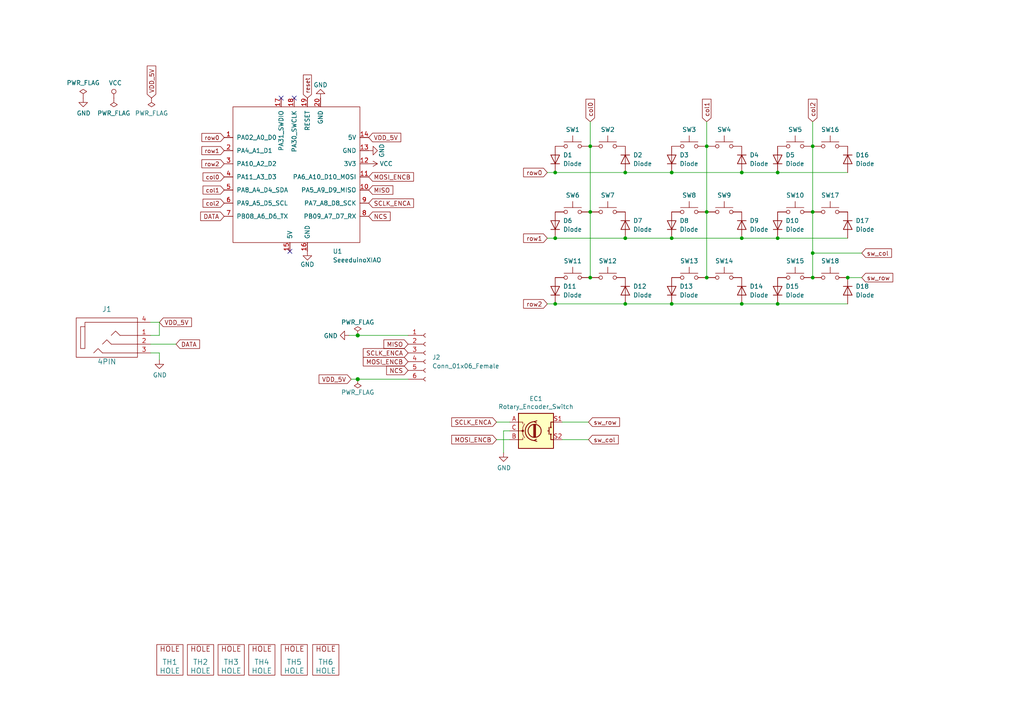
<source format=kicad_sch>
(kicad_sch (version 20230121) (generator eeschema)
  (paper "A4")
  (lib_symbols
    (symbol "Connector:Conn_01x06_Female" (pin_names (offset 1.016) hide)
      (property "Reference" "J" (at 0 7.62 0))
      (property "Value" "Conn_01x06_Female" (at 0 -10.16 0))
      (symbol "Conn_01x06_Female_1_1"
        (arc (start 0 -7.112) (mid -0.5058 -7.62) (end 0 -8.128) (stroke (width 0.1524)))
        (arc (start 0 -4.572) (mid -0.5058 -5.08) (end 0 -5.588) (stroke (width 0.1524)))
        (arc (start 0 -2.032) (mid -0.5058 -2.54) (end 0 -3.048) (stroke (width 0.1524)))
        (polyline (pts (xy -1.27 -7.62) (xy -0.508 -7.62)) (stroke (width 0.1524)))
        (polyline (pts (xy -1.27 -5.08) (xy -0.508 -5.08)) (stroke (width 0.1524)))
        (polyline (pts (xy -1.27 -2.54) (xy -0.508 -2.54)) (stroke (width 0.1524)))
        (polyline (pts (xy -1.27 0) (xy -0.508 0)) (stroke (width 0.1524)))
        (polyline (pts (xy -1.27 2.54) (xy -0.508 2.54)) (stroke (width 0.1524)))
        (polyline (pts (xy -1.27 5.08) (xy -0.508 5.08)) (stroke (width 0.1524)))
        (arc (start 0 0.508) (mid -0.5058 0) (end 0 -0.508) (stroke (width 0.1524)))
        (arc (start 0 3.048) (mid -0.5058 2.54) (end 0 2.032) (stroke (width 0.1524)))
        (arc (start 0 5.588) (mid -0.5058 5.08) (end 0 4.572) (stroke (width 0.1524)))
        (pin passive line (at -5.08 5.08 0) (length 3.81) (name "Pin_1") (number "1"))
        (pin passive line (at -5.08 2.54 0) (length 3.81) (name "Pin_2") (number "2"))
        (pin passive line (at -5.08 0 0) (length 3.81) (name "Pin_3") (number "3"))
        (pin passive line (at -5.08 -2.54 0) (length 3.81) (name "Pin_4") (number "4"))
        (pin passive line (at -5.08 -5.08 0) (length 3.81) (name "Pin_5") (number "5"))
        (pin passive line (at -5.08 -7.62 0) (length 3.81) (name "Pin_6") (number "6"))
      )
    )
    (symbol "Device:Rotary_Encoder_Switch" (pin_names (offset 0.254) hide)
      (property "Reference" "SW" (at 0 6.604 0))
      (property "Value" "Device_Rotary_Encoder_Switch" (at 0 -6.604 0))
      (symbol "Rotary_Encoder_Switch_0_1"
        (rectangle (start -5.08 5.08) (end 5.08 -5.08) (stroke (width 0.254)) (fill (type background)))
        (circle (center -3.81 0) (radius 0.254) (fill (type outline)))
        (circle (center -0.381 0) (radius 1.905) (stroke (width 0.254)))
        (arc (start -0.381 2.667) (mid -3.0988 -0.0635) (end -0.381 -2.794) (stroke (width 0.254)))
        (polyline (pts (xy -0.635 -1.778) (xy -0.635 1.778)) (stroke (width 0.254)))
        (polyline (pts (xy -0.381 -1.778) (xy -0.381 1.778)) (stroke (width 0.254)))
        (polyline (pts (xy -0.127 1.778) (xy -0.127 -1.778)) (stroke (width 0.254)))
        (polyline (pts (xy 3.81 0) (xy 3.429 0)) (stroke (width 0.254)))
        (polyline (pts (xy 3.81 1.016) (xy 3.81 -1.016)) (stroke (width 0.254)))
        (polyline (pts (xy -5.08 -2.54) (xy -3.81 -2.54) (xy -3.81 -2.032)))
        (polyline (pts (xy -5.08 2.54) (xy -3.81 2.54) (xy -3.81 2.032)))
        (polyline (pts (xy 0.254 -3.048) (xy -0.508 -2.794) (xy 0.127 -2.413)) (stroke (width 0.254)))
        (polyline (pts (xy 0.254 2.921) (xy -0.508 2.667) (xy 0.127 2.286)) (stroke (width 0.254)))
        (polyline (pts (xy 5.08 -2.54) (xy 4.318 -2.54) (xy 4.318 -1.016)) (stroke (width 0.254)))
        (polyline (pts (xy 5.08 2.54) (xy 4.318 2.54) (xy 4.318 1.016)) (stroke (width 0.254)))
        (polyline (pts (xy -5.08 0) (xy -3.81 0) (xy -3.81 -1.016) (xy -3.302 -2.032)))
        (polyline (pts (xy -4.318 0) (xy -3.81 0) (xy -3.81 1.016) (xy -3.302 2.032)))
        (circle (center 4.318 -1.016) (radius 0.127) (stroke (width 0.254)))
        (circle (center 4.318 1.016) (radius 0.127) (stroke (width 0.254)))
      )
      (symbol "Rotary_Encoder_Switch_1_1"
        (pin passive line (at -7.62 2.54 0) (length 2.54) (name "A") (number "A"))
        (pin passive line (at -7.62 -2.54 0) (length 2.54) (name "B") (number "B"))
        (pin passive line (at -7.62 0 0) (length 2.54) (name "C") (number "C"))
        (pin passive line (at 7.62 2.54 180) (length 2.54) (name "S1") (number "S1"))
        (pin passive line (at 7.62 -2.54 180) (length 2.54) (name "S2") (number "S2"))
      )
    )
    (symbol "Seeeduino XIAO:SeeeduinoXIAO" (pin_names (offset 1.016))
      (property "Reference" "U" (at -19.05 22.86 0))
      (property "Value" "SeeeduinoXIAO" (at -12.7 21.59 0))
      (symbol "SeeeduinoXIAO_0_1"
        (rectangle (start -19.05 20.32) (end 17.78 -19.05))
      )
      (symbol "SeeeduinoXIAO_1_1"
        (pin unspecified line (at -21.59 11.43 0) (length 2.54) (name "PA02_A0_D0") (number "1"))
        (pin unspecified line (at 20.32 -3.81 180) (length 2.54) (name "PA5_A9_D9_MISO") (number "10"))
        (pin unspecified line (at 20.32 0 180) (length 2.54) (name "PA6_A10_D10_MOSI") (number "11"))
        (pin unspecified line (at 20.32 3.81 180) (length 2.54) (name "3V3") (number "12"))
        (pin unspecified line (at 20.32 7.62 180) (length 2.54) (name "GND") (number "13"))
        (pin unspecified line (at 20.32 11.43 180) (length 2.54) (name "5V") (number "14"))
        (pin input line (at -2.54 -21.59 90) (length 2.54) (name "5V") (number "15"))
        (pin input line (at 2.54 -21.59 90) (length 2.54) (name "GND") (number "16"))
        (pin input line (at -5.08 22.86 270) (length 2.54) (name "PA31_SWDIO") (number "17"))
        (pin input line (at -1.27 22.86 270) (length 2.54) (name "PA30_SWCLK") (number "18"))
        (pin input line (at 2.54 22.86 270) (length 2.54) (name "RESET") (number "19"))
        (pin unspecified line (at -21.59 7.62 0) (length 2.54) (name "PA4_A1_D1") (number "2"))
        (pin input line (at 6.35 22.86 270) (length 2.54) (name "GND") (number "20"))
        (pin unspecified line (at -21.59 3.81 0) (length 2.54) (name "PA10_A2_D2") (number "3"))
        (pin unspecified line (at -21.59 0 0) (length 2.54) (name "PA11_A3_D3") (number "4"))
        (pin unspecified line (at -21.59 -3.81 0) (length 2.54) (name "PA8_A4_D4_SDA") (number "5"))
        (pin unspecified line (at -21.59 -7.62 0) (length 2.54) (name "PA9_A5_D5_SCL") (number "6"))
        (pin unspecified line (at -21.59 -11.43 0) (length 2.54) (name "PB08_A6_D6_TX") (number "7"))
        (pin unspecified line (at 20.32 -11.43 180) (length 2.54) (name "PB09_A7_D7_RX") (number "8"))
        (pin unspecified line (at 20.32 -7.62 180) (length 2.54) (name "PA7_A8_D8_SCK") (number "9"))
      )
    )
    (symbol "SofleKeyboard-rescue:D-Lily58-cache-Lily58_Pro-rescue" (pin_numbers hide) (pin_names (offset 1.016) hide)
      (property "Reference" "D" (at 0 2.54 0))
      (property "Value" "D-Lily58-cache-Lily58_Pro-rescue" (at 0 -2.54 0))
      (symbol "D-Lily58-cache-Lily58_Pro-rescue_0_1"
        (polyline (pts (xy -1.27 1.27) (xy -1.27 -1.27)) (stroke (width 0.2032)))
        (polyline (pts (xy 1.27 0) (xy -1.27 0)))
        (polyline (pts (xy 1.27 1.27) (xy 1.27 -1.27) (xy -1.27 0) (xy 1.27 1.27)) (stroke (width 0.2032)))
      )
      (symbol "D-Lily58-cache-Lily58_Pro-rescue_1_1"
        (pin passive line (at -3.81 0 0) (length 2.54) (name "K") (number "1"))
        (pin passive line (at 3.81 0 180) (length 2.54) (name "A") (number "2"))
      )
    )
    (symbol "SofleKeyboard-rescue:GND-Lily58-cache-Lily58_Pro-rescue" (power) (pin_names (offset 0))
      (property "Value" "GND-Lily58-cache-Lily58_Pro-rescue" (at 0 -3.81 0))
      (symbol "GND-Lily58-cache-Lily58_Pro-rescue_1_1"
        (polyline (pts (xy 0 0) (xy 0 -1.27) (xy 1.27 -1.27) (xy 0 -2.54) (xy -1.27 -1.27) (xy 0 -1.27)))
        (pin power_in line (at 0 0 0) (length 0) hide (name "GND") (number "1"))
      )
    )
    (symbol "SofleKeyboard-rescue:HOLE-Lily58-cache-Lily58_Pro-rescue" (pin_names (offset 1.016))
      (property "Reference" "U" (at 0 0 0))
      (property "Value" "HOLE-Lily58-cache-Lily58_Pro-rescue" (at 0 -5.08 0))
      (symbol "HOLE-Lily58-cache-Lily58_Pro-rescue_0_0"
        (text "HOLE" (at 0 3.81 0) (effects (font (size 1.524 1.524))))
      )
      (symbol "HOLE-Lily58-cache-Lily58_Pro-rescue_0_1"
        (rectangle (start 3.81 5.08) (end -3.81 -3.81))
      )
    )
    (symbol "SofleKeyboard-rescue:MJ-4PP-9-Lily58-cache-Lily58_Pro-rescue" (pin_names (offset 1.016))
      (property "Reference" "J" (at -8.89 -7.62 0))
      (property "Value" "MJ-4PP-9-Lily58-cache-Lily58_Pro-rescue" (at -3.81 6.35 0))
      (symbol "MJ-4PP-9-Lily58-cache-Lily58_Pro-rescue_0_1"
        (rectangle (start -7.62 2.54) (end -8.89 -3.81))
        (polyline (pts (xy 2.54 0) (xy 7.62 0)))
        (polyline (pts (xy -2.54 -5.08) (xy 7.62 -5.08) (xy 7.62 -5.08)))
        (polyline (pts (xy 0 -2.54) (xy -1.27 -1.27) (xy -2.54 -2.54)))
        (polyline (pts (xy 0 0) (xy 1.27 1.27) (xy 2.54 0)))
        (polyline (pts (xy 7.62 3.81) (xy -7.62 3.81) (xy -7.62 2.54)))
        (polyline (pts (xy -2.54 -5.08) (xy -3.81 -3.81) (xy -5.08 -5.08) (xy -5.08 -5.08)))
        (polyline (pts (xy 0 -2.54) (xy 7.62 -2.54) (xy 7.62 -2.54) (xy 7.62 -2.54)))
        (rectangle (start 7.62 -6.35) (end -10.16 5.08))
      )
      (symbol "MJ-4PP-9-Lily58-cache-Lily58_Pro-rescue_1_1"
        (pin passive line (at 11.43 0 180) (length 3.81) (name "~") (number "1"))
        (pin passive line (at 11.43 -2.54 180) (length 3.81) (name "~") (number "2"))
        (pin passive line (at 11.43 -5.08 180) (length 3.81) (name "~") (number "3"))
        (pin passive line (at 11.43 3.81 180) (length 3.81) (name "~") (number "4"))
      )
    )
    (symbol "SofleKeyboard-rescue:PWR_FLAG-Lily58-cache-Lily58_Pro-rescue" (power) (pin_numbers hide) (pin_names (offset 0) hide)
      (property "Value" "PWR_FLAG-Lily58-cache-Lily58_Pro-rescue" (at 0 3.81 0))
      (symbol "PWR_FLAG-Lily58-cache-Lily58_Pro-rescue_0_0"
        (pin power_out line (at 0 0 90) (length 0) (name "pwr") (number "1"))
      )
      (symbol "PWR_FLAG-Lily58-cache-Lily58_Pro-rescue_0_1"
        (polyline (pts (xy 0 0) (xy 0 1.27) (xy -1.016 1.905) (xy 0 2.54) (xy 1.016 1.905) (xy 0 1.27)))
      )
    )
    (symbol "SofleKeyboard-rescue:VCC-Lily58-cache-Lily58_Pro-rescue" (power) (pin_names (offset 0))
      (property "Value" "VCC-Lily58-cache-Lily58_Pro-rescue" (at 0 3.81 0))
      (symbol "VCC-Lily58-cache-Lily58_Pro-rescue_0_1"
        (polyline (pts (xy 0 0) (xy 0 1.27)))
        (circle (center 0 1.905) (radius 0.635))
      )
      (symbol "VCC-Lily58-cache-Lily58_Pro-rescue_1_1"
        (pin power_in line (at 0 0 90) (length 0) hide (name "VCC") (number "1"))
      )
    )
    (symbol "Switch:SW_Push" (pin_numbers hide) (pin_names (offset 1.016) hide)
      (property "Reference" "SW" (at 1.27 2.54 0))
      (property "Value" "SW_Push" (at 0 -1.524 0))
      (symbol "SW_Push_0_1"
        (circle (center -2.032 0) (radius 0.508))
        (polyline (pts (xy 0 1.27) (xy 0 3.048)))
        (polyline (pts (xy 2.54 1.27) (xy -2.54 1.27)))
        (circle (center 2.032 0) (radius 0.508))
        (pin passive line (at -5.08 0 0) (length 2.54) (name "1") (number "1"))
        (pin passive line (at 5.08 0 180) (length 2.54) (name "2") (number "2"))
      )
    )
    (symbol "power:GND" (power) (pin_names (offset 0))
      (property "Value" "GND" (at 0 -3.81 0))
      (symbol "GND_0_1"
        (polyline (pts (xy 0 0) (xy 0 -1.27) (xy 1.27 -1.27) (xy 0 -2.54) (xy -1.27 -1.27) (xy 0 -1.27)))
      )
      (symbol "GND_1_1"
        (pin power_in line (at 0 0 270) (length 0) hide (name "GND") (number "1"))
      )
    )
    (symbol "power:PWR_FLAG" (power) (pin_numbers hide) (pin_names (offset 0) hide)
      (property "Value" "PWR_FLAG" (at 0 3.81 0))
      (symbol "PWR_FLAG_0_0"
        (pin power_out line (at 0 0 90) (length 0) (name "pwr") (number "1"))
      )
      (symbol "PWR_FLAG_0_1"
        (polyline (pts (xy 0 0) (xy 0 1.27) (xy -1.016 1.905) (xy 0 2.54) (xy 1.016 1.905) (xy 0 1.27)))
      )
    )
    (symbol "power:VCC" (power) (pin_names (offset 0))
      (property "Value" "VCC" (at 0 3.81 0))
      (symbol "VCC_0_1"
        (polyline (pts (xy -0.762 1.27) (xy 0 2.54)))
        (polyline (pts (xy 0 0) (xy 0 2.54)))
        (polyline (pts (xy 0 2.54) (xy 0.762 1.27)))
      )
      (symbol "VCC_1_1"
        (pin power_in line (at 0 0 90) (length 0) hide (name "VCC") (number "1"))
      )
    )
  )
  (junction (at 225.552 50.038))
  (junction (at 215.138 50.038))
  (junction (at 194.818 69.088))
  (junction (at 235.712 73.406))
  (junction (at 215.138 69.088))
  (junction (at 103.759 97.282) (diameter 1.016))
  (junction (at 161.036 88.138))
  (junction (at 245.872 80.518))
  (junction (at 235.712 42.418))
  (junction (at 204.978 42.418))
  (junction (at 204.978 80.518))
  (junction (at 194.818 50.038))
  (junction (at 171.196 42.418))
  (junction (at 181.356 88.138))
  (junction (at 103.759 109.982) (diameter 1.016))
  (junction (at 235.712 61.468))
  (junction (at 235.712 80.518))
  (junction (at 204.978 61.468))
  (junction (at 171.196 80.518))
  (junction (at 194.818 88.138))
  (junction (at 161.036 50.038))
  (junction (at 215.138 88.138))
  (junction (at 181.356 69.088))
  (junction (at 225.552 88.138))
  (junction (at 181.356 50.038))
  (junction (at 171.196 61.468))
  (junction (at 161.036 69.088))
  (junction (at 225.552 69.088))
  (no_connect (at 85.344 28.448))
  (no_connect (at 84.074 72.898))
  (no_connect (at 81.534 28.448))
  (wire (pts (xy 225.552 69.088) (xy 245.872 69.088)))
  (wire (pts (xy 161.036 88.138) (xy 181.356 88.138)))
  (wire (pts (xy 146.05 131.318) (xy 146.05 124.968)))
  (wire (pts (xy 171.196 35.306) (xy 171.196 42.418)))
  (wire (pts (xy 235.712 42.418) (xy 235.712 61.468)))
  (wire (pts (xy 144.018 122.428) (xy 147.828 122.428)))
  (wire (pts (xy 235.712 73.406) (xy 249.936 73.406)))
  (wire (pts (xy 144.018 127.508) (xy 147.828 127.508)))
  (wire (pts (xy 204.978 42.418) (xy 204.978 61.468)))
  (wire (pts (xy 158.75 50.038) (xy 161.036 50.038)))
  (wire (pts (xy 161.036 50.038) (xy 181.356 50.038)))
  (wire (pts (xy 181.356 69.088) (xy 194.818 69.088)))
  (wire (pts (xy 103.759 109.982) (xy 118.364 109.982)))
  (wire (pts (xy 225.552 88.138) (xy 245.872 88.138)))
  (wire (pts (xy 194.818 50.038) (xy 215.138 50.038)))
  (wire (pts (xy 215.138 69.088) (xy 225.552 69.088)))
  (wire (pts (xy 158.75 88.138) (xy 161.036 88.138)))
  (wire (pts (xy 46.228 97.282) (xy 46.228 93.472)))
  (wire (pts (xy 43.688 93.472) (xy 46.228 93.472)))
  (wire (pts (xy 181.356 88.138) (xy 194.818 88.138)))
  (wire (pts (xy 101.219 97.282) (xy 103.759 97.282)))
  (wire (pts (xy 194.818 88.138) (xy 215.138 88.138)))
  (wire (pts (xy 225.552 50.038) (xy 245.872 50.038)))
  (wire (pts (xy 158.75 69.088) (xy 161.036 69.088)))
  (wire (pts (xy 235.712 35.306) (xy 235.712 42.418)))
  (wire (pts (xy 245.872 80.518) (xy 249.936 80.518)))
  (wire (pts (xy 181.356 50.038) (xy 194.818 50.038)))
  (wire (pts (xy 171.196 42.418) (xy 171.196 61.468)))
  (wire (pts (xy 235.712 61.468) (xy 235.712 73.406)))
  (wire (pts (xy 146.05 124.968) (xy 147.828 124.968)))
  (wire (pts (xy 46.228 102.362) (xy 46.228 104.394)))
  (wire (pts (xy 103.759 97.282) (xy 118.364 97.282)))
  (wire (pts (xy 171.196 61.468) (xy 171.196 80.518)))
  (wire (pts (xy 235.712 73.406) (xy 235.712 80.518)))
  (wire (pts (xy 101.854 109.982) (xy 103.759 109.982)))
  (wire (pts (xy 215.138 50.038) (xy 225.552 50.038)))
  (wire (pts (xy 204.978 61.468) (xy 204.978 80.518)))
  (wire (pts (xy 163.068 122.428) (xy 170.688 122.428)))
  (wire (pts (xy 161.036 69.088) (xy 181.356 69.088)))
  (wire (pts (xy 215.138 88.138) (xy 225.552 88.138)))
  (wire (pts (xy 43.688 99.822) (xy 51.054 99.822)))
  (wire (pts (xy 163.068 127.508) (xy 170.688 127.508)))
  (wire (pts (xy 43.688 97.282) (xy 46.228 97.282)))
  (wire (pts (xy 204.978 35.306) (xy 204.978 42.418)))
  (wire (pts (xy 194.818 69.088) (xy 215.138 69.088)))
  (wire (pts (xy 43.688 102.362) (xy 46.228 102.362)))
  (global_label "row2" (shape input) (at 65.024 47.498 180) (effects (font (size 1.1938 1.1938))) (property "Intersheetrefs" "${INTERSHEET_REFS}" (effects hide)))
  (global_label "row2" (shape input) (at 158.75 88.138 180) (property "Intersheetrefs" "${INTERSHEET_REFS}" (effects hide)))
  (global_label "col0" (shape input) (at 65.024 51.308 180) (effects (font (size 1.1938 1.1938))) (property "Intersheetrefs" "${INTERSHEET_REFS}" (effects hide)))
  (global_label "NCS" (shape input) (at 106.934 62.738 0) (property "Intersheetrefs" "${INTERSHEET_REFS}" (effects hide)))
  (global_label "VDD_5V" (shape input) (at 101.854 109.982 180) (property "Intersheetrefs" "${INTERSHEET_REFS}" (effects hide)))
  (global_label "DATA" (shape input) (at 51.054 99.822 0) (property "Intersheetrefs" "${INTERSHEET_REFS}" (effects hide)))
  (global_label "VDD_5V" (shape input) (at 106.934 39.878 0) (property "Intersheetrefs" "${INTERSHEET_REFS}" (effects hide)))
  (global_label "MISO" (shape input) (at 106.934 55.118 0) (property "Intersheetrefs" "${INTERSHEET_REFS}" (effects hide)))
  (global_label "MOSI_ENCB" (shape input) (at 144.018 127.508 180) (property "Intersheetrefs" "${INTERSHEET_REFS}" (effects hide)))
  (global_label "row0" (shape input) (at 65.024 39.878 180) (effects (font (size 1.1938 1.1938))) (property "Intersheetrefs" "${INTERSHEET_REFS}" (effects hide)))
  (global_label "row1" (shape input) (at 65.024 43.688 180) (effects (font (size 1.1938 1.1938))) (property "Intersheetrefs" "${INTERSHEET_REFS}" (effects hide)))
  (global_label "reset" (shape input) (at 89.154 28.448 90) (effects (font (size 1.1938 1.1938))) (property "Intersheetrefs" "${INTERSHEET_REFS}" (effects hide)))
  (global_label "row0" (shape input) (at 158.75 50.038 180) (property "Intersheetrefs" "${INTERSHEET_REFS}" (effects hide)))
  (global_label "sw_row" (shape input) (at 170.688 122.428 0) (property "Intersheetrefs" "${INTERSHEET_REFS}" (effects hide)))
  (global_label "row1" (shape input) (at 158.75 69.088 180) (property "Intersheetrefs" "${INTERSHEET_REFS}" (effects hide)))
  (global_label "sw_col" (shape input) (at 170.688 127.508 0) (property "Intersheetrefs" "${INTERSHEET_REFS}" (effects hide)))
  (global_label "col2" (shape input) (at 235.712 35.306 90) (property "Intersheetrefs" "${INTERSHEET_REFS}" (effects hide)))
  (global_label "col1" (shape input) (at 204.978 35.306 90) (property "Intersheetrefs" "${INTERSHEET_REFS}" (effects hide)))
  (global_label "col2" (shape input) (at 65.024 58.928 180) (effects (font (size 1.1938 1.1938))) (property "Intersheetrefs" "${INTERSHEET_REFS}" (effects hide)))
  (global_label "col1" (shape input) (at 65.024 55.118 180) (effects (font (size 1.1938 1.1938))) (property "Intersheetrefs" "${INTERSHEET_REFS}" (effects hide)))
  (global_label "NCS" (shape input) (at 118.364 107.442 180) (property "Intersheetrefs" "${INTERSHEET_REFS}" (effects hide)))
  (global_label "MOSI_ENCB" (shape input) (at 106.934 51.308 0) (property "Intersheetrefs" "${INTERSHEET_REFS}" (effects hide)))
  (global_label "MOSI_ENCB" (shape input) (at 118.364 104.902 180) (property "Intersheetrefs" "${INTERSHEET_REFS}" (effects hide)))
  (global_label "VDD_5V" (shape input) (at 43.942 28.448 90) (property "Intersheetrefs" "${INTERSHEET_REFS}" (effects hide)))
  (global_label "SCLK_ENCA" (shape input) (at 106.934 58.928 0) (property "Intersheetrefs" "${INTERSHEET_REFS}" (effects hide)))
  (global_label "sw_row" (shape input) (at 249.936 80.518 0) (property "Intersheetrefs" "${INTERSHEET_REFS}" (effects hide)))
  (global_label "MISO" (shape input) (at 118.364 99.822 180) (property "Intersheetrefs" "${INTERSHEET_REFS}" (effects hide)))
  (global_label "col0" (shape input) (at 171.196 35.306 90) (property "Intersheetrefs" "${INTERSHEET_REFS}" (effects hide)))
  (global_label "VDD_5V" (shape input) (at 46.228 93.472 0) (property "Intersheetrefs" "${INTERSHEET_REFS}" (effects hide)))
  (global_label "SCLK_ENCA" (shape input) (at 144.018 122.428 180) (property "Intersheetrefs" "${INTERSHEET_REFS}" (effects hide)))
  (global_label "SCLK_ENCA" (shape input) (at 118.364 102.362 180) (property "Intersheetrefs" "${INTERSHEET_REFS}" (effects hide)))
  (global_label "DATA" (shape input) (at 65.024 62.738 180) (property "Intersheetrefs" "${INTERSHEET_REFS}" (effects hide)))
  (global_label "sw_col" (shape input) (at 249.936 73.406 0) (property "Intersheetrefs" "${INTERSHEET_REFS}" (effects hide)))
  (symbol (lib_id "Switch:SW_Push") (at 166.116 42.418 0) (mirror y) (unit 1)
    (property "Reference" "SW1" (at 166.116 37.592 0))
    (property "Value" "${REFERENCE}" (effects hide))
    (property "Footprint" "jw_custom_footprint:CherryMX_Hotswap" (effects hide))
  )
  (symbol (lib_id "SofleKeyboard-rescue:D-Lily58-cache-Lily58_Pro-rescue") (at 161.036 46.228 90) (unit 1)
    (property "Reference" "D1" (at 163.322 44.958 90) (effects (justify right)))
    (property "Value" "Diode" (at 163.322 47.498 90) (effects (justify right)))
    (property "Footprint" "jw_custom_footprint:Diode_SOD123_THT_2" (effects hide))
  )
  (symbol (lib_id "SofleKeyboard-rescue:PWR_FLAG-Lily58-cache-Lily58_Pro-rescue") (at 24.13 28.448 0) (unit 1)
    (property "Reference" "#FLG01" (effects hide))
    (property "Value" "PWR_FLAG" (at 24.13 24.0284 0))
  )
  (symbol (lib_id "SofleKeyboard-rescue:GND-Lily58-cache-Lily58_Pro-rescue") (at 24.13 28.448 0) (unit 1)
    (property "Reference" "#PWR01" (effects hide))
    (property "Value" "GND" (at 24.257 32.8422 0))
  )
  (symbol (lib_id "SofleKeyboard-rescue:VCC-Lily58-cache-Lily58_Pro-rescue") (at 33.02 28.448 0) (unit 1)
    (property "Reference" "#PWR02" (effects hide))
    (property "Value" "VCC" (at 33.4518 24.0538 0))
  )
  (symbol (lib_id "SofleKeyboard-rescue:PWR_FLAG-Lily58-cache-Lily58_Pro-rescue") (at 33.02 28.448 180) (unit 1)
    (property "Reference" "#FLG02" (effects hide))
    (property "Value" "PWR_FLAG" (at 33.02 32.8422 0))
  )
  (symbol (lib_id "Device:Rotary_Encoder_Switch") (at 155.448 124.968 0) (unit 1)
    (property "Reference" "EC1" (at 155.448 115.6462 0))
    (property "Value" "Rotary_Encoder_Switch" (at 155.448 117.9576 0))
    (property "Footprint" "jw_custom_footprint:RotaryEncoder_Alps_EC11E-Switch_Vertical_H20mm" (effects hide))
  )
  (symbol (lib_id "power:GND") (at 146.05 131.318 0) (unit 1)
    (property "Reference" "#PWR010" (effects hide))
    (property "Value" "GND" (at 146.177 135.7122 0))
  )
  (symbol (lib_id "Switch:SW_Push") (at 240.792 80.518 0) (unit 1)
    (property "Reference" "SW18" (at 240.792 75.692 0))
    (property "Value" "${REFERENCE}" (effects hide))
    (property "Footprint" "jw_custom_footprint:CherryMX_Hotswap" (effects hide))
  )
  (symbol (lib_id "Switch:SW_Push") (at 176.276 80.518 0) (unit 1)
    (property "Reference" "SW12" (at 176.276 75.692 0))
    (property "Value" "${REFERENCE}" (effects hide))
    (property "Footprint" "jw_custom_footprint:CherryMX_Hotswap" (effects hide))
  )
  (symbol (lib_id "SofleKeyboard-rescue:D-Lily58-cache-Lily58_Pro-rescue") (at 245.872 84.328 270) (unit 1)
    (property "Reference" "D18" (at 248.158 83.058 90) (effects (justify left)))
    (property "Value" "Diode" (at 248.158 85.598 90) (effects (justify left)))
    (property "Footprint" "jw_custom_footprint:Diode_SOD123_THT_2" (effects hide))
  )
  (symbol (lib_id "SofleKeyboard-rescue:D-Lily58-cache-Lily58_Pro-rescue") (at 181.356 65.278 270) (unit 1)
    (property "Reference" "D7" (at 183.642 64.008 90) (effects (justify left)))
    (property "Value" "Diode" (at 183.642 66.548 90) (effects (justify left)))
    (property "Footprint" "jw_custom_footprint:Diode_SOD123_THT_2" (effects hide))
  )
  (symbol (lib_id "power:GND") (at 92.964 28.448 180) (unit 1)
    (property "Reference" "#PWR03" (effects hide))
    (property "Value" "GND" (at 92.964 24.638 0))
  )
  (symbol (lib_id "power:GND") (at 101.219 97.282 270) (unit 1)
    (property "Reference" "#PWR09" (effects hide))
    (property "Value" "GND" (at 97.9678 97.409 90) (effects (justify right)))
  )
  (symbol (lib_id "power:PWR_FLAG") (at 103.759 97.282 0) (unit 1)
    (property "Reference" "#FLG03" (effects hide))
    (property "Value" "PWR_FLAG" (at 103.759 93.472 0))
  )
  (symbol (lib_id "Switch:SW_Push") (at 240.792 42.418 0) (unit 1)
    (property "Reference" "SW16" (at 240.792 37.592 0))
    (property "Value" "${REFERENCE}" (effects hide))
    (property "Footprint" "jw_custom_footprint:CherryMX_Hotswap" (effects hide))
  )
  (symbol (lib_id "SofleKeyboard-rescue:D-Lily58-cache-Lily58_Pro-rescue") (at 161.036 84.328 90) (unit 1)
    (property "Reference" "D11" (at 163.322 83.058 90) (effects (justify right)))
    (property "Value" "Diode" (at 163.322 85.598 90) (effects (justify right)))
    (property "Footprint" "jw_custom_footprint:Diode_SOD123_THT_2" (effects hide))
  )
  (symbol (lib_id "Connector:Conn_01x06_Female") (at 123.444 102.362 0) (unit 1)
    (property "Reference" "J2" (at 125.349 103.632 0) (effects (justify left)))
    (property "Value" "Conn_01x06_Female" (at 125.349 106.172 0) (effects (justify left)))
    (property "Footprint" "Connector_Hirose:Hirose_DF13-06P-1.25DS_1x06_P1.25mm_Horizontal" (effects hide))
  )
  (symbol (lib_id "SofleKeyboard-rescue:HOLE-Lily58-cache-Lily58_Pro-rescue") (at 75.946 192.024 0) (unit 1)
    (property "Reference" "TH4" (at 75.946 192.024 0) (effects (font (size 1.524 1.524))))
    (property "Value" "HOLE" (at 75.946 194.564 0) (effects (font (size 1.524 1.524))))
    (property "Footprint" "MountingHole:MountingHole_3.2mm_M3" (effects hide))
  )
  (symbol (lib_id "SofleKeyboard-rescue:D-Lily58-cache-Lily58_Pro-rescue") (at 245.872 46.228 270) (unit 1)
    (property "Reference" "D16" (at 248.158 44.958 90) (effects (justify left)))
    (property "Value" "Diode" (at 248.158 47.498 90) (effects (justify left)))
    (property "Footprint" "jw_custom_footprint:Diode_SOD123_THT_2" (effects hide))
  )
  (symbol (lib_id "SofleKeyboard-rescue:HOLE-Lily58-cache-Lily58_Pro-rescue") (at 67.056 192.024 0) (unit 1)
    (property "Reference" "TH3" (at 67.056 192.024 0) (effects (font (size 1.524 1.524))))
    (property "Value" "HOLE" (at 67.056 194.564 0) (effects (font (size 1.524 1.524))))
    (property "Footprint" "MountingHole:MountingHole_3.2mm_M3" (effects hide))
  )
  (symbol (lib_id "Switch:SW_Push") (at 199.898 61.468 0) (unit 1)
    (property "Reference" "SW8" (at 199.898 56.642 0))
    (property "Value" "${REFERENCE}" (effects hide))
    (property "Footprint" "jw_custom_footprint:CherryMX_Hotswap" (effects hide))
  )
  (symbol (lib_id "SofleKeyboard-rescue:D-Lily58-cache-Lily58_Pro-rescue") (at 161.036 65.278 90) (unit 1)
    (property "Reference" "D6" (at 163.322 64.008 90) (effects (justify right)))
    (property "Value" "Diode" (at 163.322 66.548 90) (effects (justify right)))
    (property "Footprint" "jw_custom_footprint:Diode_SOD123_THT_2" (effects hide))
  )
  (symbol (lib_id "SofleKeyboard-rescue:D-Lily58-cache-Lily58_Pro-rescue") (at 245.872 65.278 270) (unit 1)
    (property "Reference" "D17" (at 248.158 64.008 90) (effects (justify left)))
    (property "Value" "Diode" (at 248.158 66.548 90) (effects (justify left)))
    (property "Footprint" "jw_custom_footprint:Diode_SOD123_THT_2" (effects hide))
  )
  (symbol (lib_id "Switch:SW_Push") (at 166.116 61.468 0) (unit 1)
    (property "Reference" "SW6" (at 166.116 56.642 0))
    (property "Value" "${REFERENCE}" (effects hide))
    (property "Footprint" "jw_custom_footprint:CherryMX_Hotswap" (effects hide))
  )
  (symbol (lib_id "SofleKeyboard-rescue:D-Lily58-cache-Lily58_Pro-rescue") (at 215.138 65.278 270) (unit 1)
    (property "Reference" "D9" (at 217.424 64.008 90) (effects (justify left)))
    (property "Value" "Diode" (at 217.424 66.548 90) (effects (justify left)))
    (property "Footprint" "jw_custom_footprint:Diode_SOD123_THT_2" (effects hide))
  )
  (symbol (lib_id "SofleKeyboard-rescue:D-Lily58-cache-Lily58_Pro-rescue") (at 194.818 46.228 90) (unit 1)
    (property "Reference" "D3" (at 197.104 44.958 90) (effects (justify right)))
    (property "Value" "Diode" (at 197.104 47.498 90) (effects (justify right)))
    (property "Footprint" "jw_custom_footprint:Diode_SOD123_THT_2" (effects hide))
  )
  (symbol (lib_id "SofleKeyboard-rescue:D-Lily58-cache-Lily58_Pro-rescue") (at 225.552 84.328 90) (unit 1)
    (property "Reference" "D15" (at 227.838 83.058 90) (effects (justify right)))
    (property "Value" "Diode" (at 227.838 85.598 90) (effects (justify right)))
    (property "Footprint" "jw_custom_footprint:Diode_SOD123_THT_2" (effects hide))
  )
  (symbol (lib_id "Switch:SW_Push") (at 230.632 42.418 0) (unit 1)
    (property "Reference" "SW5" (at 230.632 37.592 0))
    (property "Value" "${REFERENCE}" (effects hide))
    (property "Footprint" "jw_custom_footprint:CherryMX_Hotswap" (effects hide))
  )
  (symbol (lib_id "Switch:SW_Push") (at 176.276 42.418 0) (unit 1)
    (property "Reference" "SW2" (at 176.276 37.592 0))
    (property "Value" "${REFERENCE}" (effects hide))
    (property "Footprint" "jw_custom_footprint:CherryMX_Hotswap" (effects hide))
  )
  (symbol (lib_id "Switch:SW_Push") (at 176.276 61.468 0) (unit 1)
    (property "Reference" "SW7" (at 176.276 56.642 0))
    (property "Value" "${REFERENCE}" (effects hide))
    (property "Footprint" "jw_custom_footprint:CherryMX_Hotswap" (effects hide))
  )
  (symbol (lib_id "Switch:SW_Push") (at 166.116 80.518 0) (unit 1)
    (property "Reference" "SW11" (at 166.116 75.692 0))
    (property "Value" "${REFERENCE}" (effects hide))
    (property "Footprint" "jw_custom_footprint:CherryMX_Hotswap" (effects hide))
  )
  (symbol (lib_id "Switch:SW_Push") (at 210.058 61.468 0) (unit 1)
    (property "Reference" "SW9" (at 210.058 56.642 0))
    (property "Value" "${REFERENCE}" (effects hide))
    (property "Footprint" "jw_custom_footprint:CherryMX_Hotswap" (effects hide))
  )
  (symbol (lib_id "Switch:SW_Push") (at 240.792 61.468 0) (unit 1)
    (property "Reference" "SW17" (at 240.792 56.642 0))
    (property "Value" "${REFERENCE}" (effects hide))
    (property "Footprint" "jw_custom_footprint:CherryMX_Hotswap" (effects hide))
  )
  (symbol (lib_id "SofleKeyboard-rescue:HOLE-Lily58-cache-Lily58_Pro-rescue") (at 49.276 192.024 0) (unit 1)
    (property "Reference" "TH1" (at 49.276 192.024 0) (effects (font (size 1.524 1.524))))
    (property "Value" "HOLE" (at 49.276 194.564 0) (effects (font (size 1.524 1.524))))
    (property "Footprint" "MountingHole:MountingHole_3.2mm_M3" (effects hide))
  )
  (symbol (lib_id "SofleKeyboard-rescue:D-Lily58-cache-Lily58_Pro-rescue") (at 225.552 46.228 90) (unit 1)
    (property "Reference" "D5" (at 227.838 44.958 90) (effects (justify right)))
    (property "Value" "Diode" (at 227.838 47.498 90) (effects (justify right)))
    (property "Footprint" "jw_custom_footprint:Diode_SOD123_THT_2" (effects hide))
  )
  (symbol (lib_id "power:PWR_FLAG") (at 103.759 109.982 180) (unit 1)
    (property "Reference" "#FLG04" (effects hide))
    (property "Value" "PWR_FLAG" (at 103.759 113.792 0))
  )
  (symbol (lib_id "Seeeduino XIAO:SeeeduinoXIAO") (at 86.614 51.308 0) (unit 1)
    (property "Reference" "U1" (at 96.52 72.898 0) (effects (justify left)))
    (property "Value" "SeeeduinoXIAO" (at 96.52 75.438 0) (effects (justify left)))
    (property "Footprint" "jw_custom_footprint:Xiao THT jumper pad_flipped" (effects hide))
  )
  (symbol (lib_id "SofleKeyboard-rescue:HOLE-Lily58-cache-Lily58_Pro-rescue") (at 85.344 192.024 0) (unit 1)
    (property "Reference" "TH5" (at 85.344 192.024 0) (effects (font (size 1.524 1.524))))
    (property "Value" "HOLE" (at 85.344 194.564 0) (effects (font (size 1.524 1.524))))
    (property "Footprint" "MountingHole:MountingHole_3.2mm_M3" (effects hide))
  )
  (symbol (lib_id "SofleKeyboard-rescue:D-Lily58-cache-Lily58_Pro-rescue") (at 181.356 84.328 270) (unit 1)
    (property "Reference" "D12" (at 183.642 83.058 90) (effects (justify left)))
    (property "Value" "Diode" (at 183.642 85.598 90) (effects (justify left)))
    (property "Footprint" "jw_custom_footprint:Diode_SOD123_THT_2" (effects hide))
  )
  (symbol (lib_id "SofleKeyboard-rescue:PWR_FLAG-Lily58-cache-Lily58_Pro-rescue") (at 43.942 28.448 180) (unit 1)
    (property "Reference" "#FLG05" (effects hide))
    (property "Value" "PWR_FLAG" (at 43.942 32.8422 0))
  )
  (symbol (lib_id "power:GND") (at 106.934 43.688 90) (unit 1)
    (property "Reference" "#PWR04" (effects hide))
    (property "Value" "GND" (at 110.744 43.688 0))
  )
  (symbol (lib_id "SofleKeyboard-rescue:HOLE-Lily58-cache-Lily58_Pro-rescue") (at 94.488 192.024 0) (unit 1)
    (property "Reference" "TH6" (at 94.488 192.024 0) (effects (font (size 1.524 1.524))))
    (property "Value" "HOLE" (at 94.488 194.564 0) (effects (font (size 1.524 1.524))))
    (property "Footprint" "MountingHole:MountingHole_3.2mm_M3" (effects hide))
  )
  (symbol (lib_id "SofleKeyboard-rescue:HOLE-Lily58-cache-Lily58_Pro-rescue") (at 58.166 192.024 0) (unit 1)
    (property "Reference" "TH2" (at 58.166 192.024 0) (effects (font (size 1.524 1.524))))
    (property "Value" "HOLE" (at 58.166 194.564 0) (effects (font (size 1.524 1.524))))
    (property "Footprint" "MountingHole:MountingHole_3.2mm_M3" (effects hide))
  )
  (symbol (lib_id "power:GND") (at 89.154 72.898 0) (unit 1)
    (property "Reference" "#PWR06" (effects hide))
    (property "Value" "GND" (at 89.154 76.708 0))
  )
  (symbol (lib_id "SofleKeyboard-rescue:D-Lily58-cache-Lily58_Pro-rescue") (at 194.818 84.328 90) (unit 1)
    (property "Reference" "D13" (at 197.104 83.058 90) (effects (justify right)))
    (property "Value" "Diode" (at 197.104 85.598 90) (effects (justify right)))
    (property "Footprint" "jw_custom_footprint:Diode_SOD123_THT_2" (effects hide))
  )
  (symbol (lib_id "Switch:SW_Push") (at 210.058 42.418 0) (unit 1)
    (property "Reference" "SW4" (at 210.058 37.592 0))
    (property "Value" "${REFERENCE}" (effects hide))
    (property "Footprint" "jw_custom_footprint:CherryMX_Hotswap" (effects hide))
  )
  (symbol (lib_id "SofleKeyboard-rescue:D-Lily58-cache-Lily58_Pro-rescue") (at 194.818 65.278 90) (unit 1)
    (property "Reference" "D8" (at 197.104 64.008 90) (effects (justify right)))
    (property "Value" "Diode" (at 197.104 66.548 90) (effects (justify right)))
    (property "Footprint" "jw_custom_footprint:Diode_SOD123_THT_2" (effects hide))
  )
  (symbol (lib_id "SofleKeyboard-rescue:D-Lily58-cache-Lily58_Pro-rescue") (at 225.552 65.278 90) (unit 1)
    (property "Reference" "D10" (at 227.838 64.008 90) (effects (justify right)))
    (property "Value" "Diode" (at 227.838 66.548 90) (effects (justify right)))
    (property "Footprint" "jw_custom_footprint:Diode_SOD123_THT_2" (effects hide))
  )
  (symbol (lib_id "Switch:SW_Push") (at 230.632 80.518 0) (unit 1)
    (property "Reference" "SW15" (at 230.632 75.692 0))
    (property "Value" "${REFERENCE}" (effects hide))
    (property "Footprint" "jw_custom_footprint:CherryMX_Hotswap" (effects hide))
  )
  (symbol (lib_id "power:VCC") (at 106.934 47.498 270) (unit 1)
    (property "Reference" "#PWR05" (effects hide))
    (property "Value" "VCC" (at 112.014 47.498 90))
  )
  (symbol (lib_id "power:GND") (at 46.228 104.394 0) (unit 1)
    (property "Reference" "#PWR08" (effects hide))
    (property "Value" "GND" (at 46.355 108.7882 0))
  )
  (symbol (lib_id "SofleKeyboard-rescue:MJ-4PP-9-Lily58-cache-Lily58_Pro-rescue") (at 32.258 97.282 0) (unit 1)
    (property "Reference" "J1" (at 30.988 89.662 0) (effects (font (size 1.524 1.524))))
    (property "Value" "4PIN" (at 30.988 104.902 0) (effects (font (size 1.524 1.524))))
    (property "Footprint" "jw_custom_footprint:TRRS-PJ-DPB2_mod" (effects hide))
  )
  (symbol (lib_id "SofleKeyboard-rescue:D-Lily58-cache-Lily58_Pro-rescue") (at 181.356 46.228 270) (unit 1)
    (property "Reference" "D2" (at 183.642 44.958 90) (effects (justify left)))
    (property "Value" "Diode" (at 183.642 47.498 90) (effects (justify left)))
    (property "Footprint" "jw_custom_footprint:Diode_SOD123_THT_2" (effects hide))
  )
  (symbol (lib_id "Switch:SW_Push") (at 210.058 80.518 0) (unit 1)
    (property "Reference" "SW14" (at 210.058 75.692 0))
    (property "Value" "${REFERENCE}" (effects hide))
    (property "Footprint" "jw_custom_footprint:CherryMX_Hotswap" (effects hide))
  )
  (symbol (lib_id "SofleKeyboard-rescue:D-Lily58-cache-Lily58_Pro-rescue") (at 215.138 46.228 270) (unit 1)
    (property "Reference" "D4" (at 217.424 44.958 90) (effects (justify left)))
    (property "Value" "Diode" (at 217.424 47.498 90) (effects (justify left)))
    (property "Footprint" "jw_custom_footprint:Diode_SOD123_THT_2" (effects hide))
  )
  (symbol (lib_id "SofleKeyboard-rescue:D-Lily58-cache-Lily58_Pro-rescue") (at 215.138 84.328 270) (unit 1)
    (property "Reference" "D14" (at 217.424 83.058 90) (effects (justify left)))
    (property "Value" "Diode" (at 217.424 85.598 90) (effects (justify left)))
    (property "Footprint" "jw_custom_footprint:Diode_SOD123_THT_2" (effects hide))
  )
  (symbol (lib_id "Switch:SW_Push") (at 199.898 80.518 0) (unit 1)
    (property "Reference" "SW13" (at 199.898 75.692 0))
    (property "Value" "${REFERENCE}" (effects hide))
    (property "Footprint" "jw_custom_footprint:CherryMX_Hotswap" (effects hide))
  )
  (symbol (lib_id "Switch:SW_Push") (at 199.898 42.418 0) (unit 1)
    (property "Reference" "SW3" (at 199.898 37.592 0))
    (property "Value" "${REFERENCE}" (effects hide))
    (property "Footprint" "jw_custom_footprint:CherryMX_Hotswap" (effects hide))
  )
  (symbol (lib_id "Switch:SW_Push") (at 230.632 61.468 0) (unit 1)
    (property "Reference" "SW10" (at 230.632 56.642 0))
    (property "Value" "${REFERENCE}" (effects hide))
    (property "Footprint" "jw_custom_footprint:CherryMX_Hotswap" (effects hide))
  )
)
</source>
